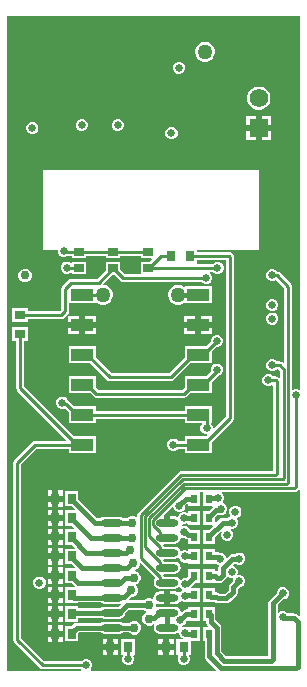
<source format=gbr>
G04*
G04 #@! TF.GenerationSoftware,Altium Limited,Altium Designer,24.9.1 (31)*
G04*
G04 Layer_Physical_Order=6*
G04 Layer_Color=16711680*
%FSLAX25Y25*%
%MOIN*%
G70*
G04*
G04 #@! TF.SameCoordinates,F3BC3392-02DA-4331-AFF2-193CA699B933*
G04*
G04*
G04 #@! TF.FilePolarity,Positive*
G04*
G01*
G75*
%ADD16R,0.03110X0.03661*%
%ADD22R,0.03150X0.03543*%
%ADD27R,0.03197X0.02593*%
%ADD28R,0.02756X0.03543*%
%ADD55R,0.06181X0.06181*%
%ADD56C,0.06181*%
%ADD66C,0.01000*%
%ADD67C,0.01500*%
%ADD73C,0.02500*%
%ADD74C,0.03000*%
%ADD75C,0.05000*%
%ADD76C,0.15748*%
%ADD77R,0.02362X0.03150*%
%ADD78O,0.07480X0.02362*%
%ADD79R,0.07500X0.04016*%
%ADD80R,0.03661X0.03110*%
G36*
X195796Y192076D02*
X195446Y191842D01*
X194974Y192037D01*
X194164D01*
X193482Y191755D01*
X193132Y191901D01*
Y226181D01*
X193032Y226683D01*
X192747Y227109D01*
X188928Y230928D01*
X188502Y231213D01*
X188086Y231296D01*
X187654Y231727D01*
X186905Y232037D01*
X186095D01*
X185346Y231727D01*
X184773Y231154D01*
X184463Y230405D01*
Y229595D01*
X184773Y228846D01*
X185346Y228273D01*
X186095Y227963D01*
X186905D01*
X187654Y228273D01*
X187762Y228381D01*
X190506Y225637D01*
Y200807D01*
X190183Y200673D01*
X189928Y200928D01*
X189502Y201213D01*
X189000Y201313D01*
X188069D01*
X187654Y201727D01*
X186905Y202037D01*
X186095D01*
X185346Y201727D01*
X184773Y201154D01*
X184463Y200405D01*
Y199595D01*
X184773Y198846D01*
X185346Y198273D01*
X186095Y197963D01*
X186905D01*
X187654Y198273D01*
X188069Y198687D01*
X188456D01*
X189156Y197987D01*
Y195800D01*
X188806Y195655D01*
X188533Y195928D01*
X188107Y196213D01*
X187605Y196313D01*
X186819D01*
X186404Y196727D01*
X185655Y197037D01*
X184845D01*
X184096Y196727D01*
X183523Y196154D01*
X183213Y195405D01*
Y194595D01*
X183523Y193846D01*
X184096Y193273D01*
X184845Y192963D01*
X185655D01*
X186337Y193245D01*
X186687Y193099D01*
Y164813D01*
X156237D01*
X155735Y164713D01*
X155309Y164428D01*
X141936Y151055D01*
X141651Y150629D01*
X141551Y150127D01*
Y149505D01*
X141228Y149371D01*
X141159Y149439D01*
X140319Y149787D01*
X139409D01*
X138568Y149439D01*
X138197Y149067D01*
X136756D01*
X136327Y149354D01*
X135559Y149507D01*
X130441D01*
X129673Y149354D01*
X129244Y149067D01*
X128012D01*
X121921Y155158D01*
Y158059D01*
X117591D01*
Y152941D01*
X119704D01*
X120680Y151966D01*
X120546Y151643D01*
X117591D01*
Y146524D01*
X119704D01*
X120680Y145549D01*
X120546Y145226D01*
X117591D01*
Y140108D01*
X119705D01*
X120680Y139132D01*
X120546Y138809D01*
X117591D01*
Y133691D01*
X119705D01*
X120680Y132716D01*
X120546Y132393D01*
X117591D01*
Y127274D01*
X119704D01*
X120587Y126392D01*
X120686Y126326D01*
X120580Y125976D01*
X117591D01*
Y120858D01*
X121921D01*
Y120932D01*
X129244D01*
X129673Y120646D01*
X130441Y120493D01*
X135559D01*
X135910Y120563D01*
X136082Y120240D01*
X135349Y119507D01*
X130441D01*
X129673Y119354D01*
X129022Y118919D01*
X129011Y118903D01*
X121921D01*
Y119559D01*
X117591D01*
Y114441D01*
X121921D01*
Y115768D01*
X129491D01*
X129673Y115646D01*
X130441Y115493D01*
X135559D01*
X136327Y115646D01*
X136978Y116081D01*
X137413Y116732D01*
X137514Y117238D01*
X138708Y118432D01*
X143833D01*
X144204Y118061D01*
X144532Y117925D01*
Y117575D01*
X144204Y117439D01*
X143561Y116796D01*
X143213Y115955D01*
Y115045D01*
X143561Y114204D01*
X144204Y113561D01*
X145045Y113213D01*
X145955D01*
X146796Y113561D01*
X147005Y113771D01*
X147277Y113548D01*
X147091Y113268D01*
X146938Y112500D01*
X147091Y111732D01*
X147526Y111081D01*
X148177Y110646D01*
X148945Y110493D01*
X154063D01*
X154831Y110646D01*
X155154Y110861D01*
X155463Y110696D01*
Y110345D01*
X155773Y109596D01*
X156346Y109023D01*
X156620Y108909D01*
X156551Y108559D01*
X154591D01*
Y103441D01*
X155102D01*
X155247Y103091D01*
X154963Y102405D01*
Y101595D01*
X155273Y100846D01*
X155846Y100273D01*
X156595Y99963D01*
X157405D01*
X158154Y100273D01*
X158727Y100846D01*
X159037Y101595D01*
Y102405D01*
X158753Y103091D01*
X158898Y103441D01*
X159315D01*
Y108138D01*
X162409D01*
Y112862D01*
X158473D01*
Y112862D01*
X158186Y112671D01*
X157905Y112787D01*
X157095D01*
X156710Y112628D01*
X156286Y112831D01*
X156273Y112876D01*
X156291Y112919D01*
X157032Y113226D01*
X157606Y113799D01*
X157916Y114548D01*
Y114774D01*
X158149Y115008D01*
X158473Y114874D01*
Y114638D01*
X162409D01*
Y119362D01*
X158473D01*
Y118568D01*
X157925D01*
X157325Y118448D01*
X156816Y118108D01*
X156391Y117683D01*
X156011Y117798D01*
X155917Y118268D01*
X155482Y118919D01*
X154831Y119354D01*
X154063Y119507D01*
X148945D01*
X148177Y119354D01*
X148030Y119256D01*
X147760Y119478D01*
X147787Y119545D01*
Y120229D01*
X148038Y120406D01*
X148137Y120437D01*
X148945Y120276D01*
X150504D01*
Y122500D01*
Y124724D01*
X148945D01*
X148094Y124555D01*
X147372Y124073D01*
X146890Y123351D01*
X146721Y122500D01*
X146754Y122335D01*
X146447Y122084D01*
X145955Y122287D01*
X145045D01*
X144204Y121939D01*
X143833Y121567D01*
X138779D01*
X138634Y121917D01*
X139429Y122713D01*
X139955D01*
X140796Y123061D01*
X141439Y123704D01*
X141787Y124545D01*
Y125455D01*
X141439Y126296D01*
X141074Y126661D01*
X141143Y127004D01*
X141614Y127199D01*
X142258Y127843D01*
X142606Y128683D01*
Y129593D01*
X142258Y130434D01*
X141614Y131078D01*
X140774Y131426D01*
X140677D01*
X140607Y131776D01*
X141296Y132061D01*
X141939Y132704D01*
X142287Y133545D01*
Y133972D01*
X142611Y134106D01*
X147550Y129166D01*
X147526Y128919D01*
X147091Y128268D01*
X146938Y127500D01*
X147091Y126732D01*
X147526Y126081D01*
X148177Y125646D01*
X148945Y125493D01*
X154063D01*
X154831Y125646D01*
X155337Y125984D01*
X155750Y125900D01*
X155773Y125846D01*
X156346Y125273D01*
X156363Y125266D01*
Y124916D01*
X156346Y124909D01*
X155773Y124336D01*
X155361Y124256D01*
X154914Y124555D01*
X154063Y124724D01*
X152504D01*
Y122500D01*
Y120276D01*
X154063D01*
X154914Y120446D01*
X155635Y120928D01*
X155933Y121372D01*
X156346Y121454D01*
X157095Y121144D01*
X157905D01*
X158182Y121258D01*
X158473Y121064D01*
Y121054D01*
X162409D01*
Y125779D01*
X159578D01*
X159347Y126118D01*
X159347Y126129D01*
X160689Y127471D01*
X162409D01*
Y132196D01*
X158473D01*
Y129688D01*
X157822Y129037D01*
X157095D01*
X156346Y128727D01*
X156100Y128481D01*
X155752Y128516D01*
X155482Y128919D01*
X154831Y129354D01*
X154063Y129507D01*
X150354D01*
Y129531D01*
X150254Y130034D01*
X150181Y130143D01*
X150368Y130493D01*
X154063D01*
X154831Y130646D01*
X155482Y131081D01*
X155917Y131732D01*
X156070Y132500D01*
X155917Y133268D01*
X155482Y133919D01*
X154831Y134354D01*
X154063Y134507D01*
X150354D01*
Y134531D01*
X150254Y135034D01*
X150181Y135143D01*
X150368Y135493D01*
X154063D01*
X154831Y135646D01*
X155139Y135852D01*
X155527Y135690D01*
X155773Y135096D01*
X156346Y134523D01*
X157095Y134213D01*
X157905D01*
X158182Y134327D01*
X158473Y134133D01*
Y133888D01*
X162409D01*
Y138612D01*
X158473D01*
Y138367D01*
X158182Y138173D01*
X157905Y138287D01*
X157095D01*
X156346Y137977D01*
X156299Y137931D01*
X155964Y138032D01*
X155917Y138268D01*
X155482Y138919D01*
X154831Y139354D01*
X154063Y139507D01*
X150354D01*
Y139531D01*
X150254Y140033D01*
X150181Y140143D01*
X150368Y140493D01*
X154063D01*
X154831Y140646D01*
X155482Y141081D01*
X155917Y141732D01*
X156034Y142316D01*
X156390Y142547D01*
X156595Y142463D01*
X157091D01*
X157171Y142383D01*
X157679Y142043D01*
X158279Y141924D01*
X158473D01*
Y140304D01*
X162409D01*
Y145029D01*
X160161D01*
X160010Y145059D01*
X158974D01*
X158727Y145654D01*
X158154Y146227D01*
X157405Y146537D01*
X156646D01*
X156523Y146616D01*
X156386Y146764D01*
X156595Y146963D01*
X157405D01*
X158123Y147260D01*
X158279Y147203D01*
X158473Y147096D01*
Y146721D01*
X162409D01*
Y151446D01*
X158473D01*
Y150904D01*
X158279Y150797D01*
X158123Y150740D01*
X157405Y151037D01*
X156595D01*
X155846Y150727D01*
X155273Y150154D01*
X155040Y149593D01*
X154914Y149555D01*
X154063Y149724D01*
X152504D01*
Y147500D01*
X150504D01*
Y149724D01*
X150502D01*
X150368Y150047D01*
X153195Y152874D01*
X153546Y152730D01*
X153828Y152048D01*
X154401Y151475D01*
X155150Y151164D01*
X155961D01*
X156710Y151475D01*
X157283Y152048D01*
X157593Y152797D01*
Y153235D01*
X158123Y153764D01*
X158473Y153619D01*
Y153138D01*
X162409D01*
Y157687D01*
X163591D01*
Y153138D01*
X166508D01*
X166653Y152788D01*
X165311Y151446D01*
X163591D01*
Y146721D01*
X166546D01*
X166680Y146398D01*
X165311Y145029D01*
X163591D01*
Y140304D01*
X167527D01*
Y142812D01*
X169411Y144696D01*
X169708Y144497D01*
X169463Y143905D01*
Y143095D01*
X169773Y142346D01*
X170346Y141773D01*
X171095Y141463D01*
X171905D01*
X172654Y141773D01*
X173227Y142346D01*
X173537Y143095D01*
Y143905D01*
X173227Y144654D01*
X172769Y145113D01*
X172914Y145463D01*
X173405D01*
X174154Y145773D01*
X174727Y146346D01*
X175037Y147095D01*
Y147905D01*
X174727Y148654D01*
X174620Y148762D01*
X174739Y149137D01*
X175362Y149395D01*
X175935Y149968D01*
X176245Y150717D01*
Y151528D01*
X175935Y152277D01*
X175362Y152850D01*
X174613Y153160D01*
X173802D01*
X173053Y152850D01*
X172480Y152277D01*
X172170Y151528D01*
Y150717D01*
X172480Y149968D01*
X172588Y149861D01*
X172469Y149485D01*
X171846Y149227D01*
X171686Y149067D01*
X169999D01*
X169399Y148948D01*
X168890Y148608D01*
X167851Y147569D01*
X167527Y147703D01*
Y149229D01*
X168506Y150207D01*
X169095Y149963D01*
X169905D01*
X170654Y150273D01*
X171227Y150846D01*
X171537Y151595D01*
Y152405D01*
X171227Y153154D01*
X170654Y153727D01*
X170129Y153945D01*
X170047Y154358D01*
X170217Y154528D01*
X170528Y155277D01*
Y156088D01*
X170217Y156837D01*
X169717Y157337D01*
X169819Y157687D01*
X194000D01*
X194502Y157787D01*
X194928Y158072D01*
X195446Y158589D01*
X195650Y158547D01*
X195796Y158458D01*
Y116469D01*
X195473Y116335D01*
X194977Y116831D01*
X194657Y117044D01*
X194469Y117170D01*
X194469Y117170D01*
X194469Y117170D01*
X194205Y117223D01*
X193869Y117289D01*
X191584D01*
X191147Y117727D01*
X190398Y118037D01*
X189587D01*
X188839Y117727D01*
X188657Y117546D01*
X188334Y117680D01*
Y120061D01*
X190172Y121900D01*
X190398D01*
X191147Y122210D01*
X191720Y122783D01*
X192030Y123532D01*
Y124342D01*
X191720Y125091D01*
X191147Y125664D01*
X190398Y125974D01*
X189587D01*
X188839Y125664D01*
X188265Y125091D01*
X187955Y124342D01*
Y124116D01*
X185658Y121819D01*
X185318Y121310D01*
X185199Y120711D01*
Y103068D01*
X171149D01*
X169568Y104649D01*
Y112500D01*
X169448Y113100D01*
X169108Y113608D01*
X167558Y115159D01*
Y116569D01*
X167558Y116569D01*
X167558Y116569D01*
X167527Y116721D01*
Y119362D01*
X163591D01*
Y114638D01*
X164423D01*
Y114510D01*
X164542Y113910D01*
X164882Y113401D01*
X165098Y113186D01*
X164964Y112862D01*
X163591D01*
Y108138D01*
X163991D01*
Y102941D01*
X164111Y102341D01*
X164451Y101833D01*
X167756Y98527D01*
X167622Y98204D01*
X126081D01*
X125935Y98554D01*
X126227Y98846D01*
X126537Y99595D01*
Y100405D01*
X126227Y101154D01*
X125654Y101727D01*
X124905Y102037D01*
X124095D01*
X123346Y101727D01*
X122931Y101313D01*
X110544D01*
X102813Y109044D01*
Y166956D01*
X108044Y172187D01*
X118622D01*
Y170705D01*
X127697D01*
Y176295D01*
X120478D01*
X103813Y192961D01*
Y207929D01*
X105118D01*
Y212614D01*
X99882D01*
Y207929D01*
X101187D01*
Y192417D01*
X101287Y191915D01*
X101572Y191489D01*
X117925Y175136D01*
X117791Y174813D01*
X107500D01*
X106998Y174713D01*
X106572Y174428D01*
X100572Y168428D01*
X100287Y168002D01*
X100187Y167500D01*
Y108500D01*
X100287Y107998D01*
X100572Y107572D01*
X109072Y99072D01*
X109498Y98787D01*
X110000Y98687D01*
X122741D01*
X122839Y98554D01*
X122663Y98204D01*
X98204D01*
Y316296D01*
X195796D01*
Y192076D01*
D02*
G37*
%LPC*%
G36*
X164433Y307787D02*
X163567D01*
X162731Y307563D01*
X161981Y307131D01*
X161369Y306519D01*
X160937Y305769D01*
X160713Y304933D01*
Y304067D01*
X160937Y303231D01*
X161369Y302482D01*
X161981Y301869D01*
X162731Y301437D01*
X163567Y301213D01*
X164433D01*
X165269Y301437D01*
X166018Y301869D01*
X166631Y302482D01*
X167063Y303231D01*
X167287Y304067D01*
Y304933D01*
X167063Y305769D01*
X166631Y306519D01*
X166018Y307131D01*
X165269Y307563D01*
X164433Y307787D01*
D02*
G37*
G36*
X155752Y301191D02*
X154941D01*
X154192Y300881D01*
X153619Y300308D01*
X153309Y299559D01*
Y298748D01*
X153619Y297999D01*
X154192Y297426D01*
X154941Y297116D01*
X155752D01*
X156501Y297426D01*
X157074Y297999D01*
X157384Y298748D01*
Y299559D01*
X157074Y300308D01*
X156501Y300881D01*
X155752Y301191D01*
D02*
G37*
G36*
X182510Y292878D02*
X181490D01*
X180503Y292614D01*
X179619Y292103D01*
X178897Y291381D01*
X178386Y290497D01*
X178122Y289510D01*
Y288490D01*
X178386Y287503D01*
X178897Y286619D01*
X179619Y285897D01*
X180503Y285386D01*
X181490Y285122D01*
X182510D01*
X183497Y285386D01*
X184381Y285897D01*
X185103Y286619D01*
X185614Y287503D01*
X185878Y288490D01*
Y289510D01*
X185614Y290497D01*
X185103Y291381D01*
X184381Y292103D01*
X183497Y292614D01*
X182510Y292878D01*
D02*
G37*
G36*
X186091Y283090D02*
X183000D01*
Y280000D01*
X186091D01*
Y283090D01*
D02*
G37*
G36*
X181000D02*
X177909D01*
Y280000D01*
X181000D01*
Y283090D01*
D02*
G37*
G36*
X135405Y282037D02*
X134595D01*
X133846Y281727D01*
X133273Y281154D01*
X132963Y280405D01*
Y279595D01*
X133273Y278846D01*
X133846Y278273D01*
X134595Y277963D01*
X135405D01*
X136154Y278273D01*
X136727Y278846D01*
X137037Y279595D01*
Y280405D01*
X136727Y281154D01*
X136154Y281727D01*
X135405Y282037D01*
D02*
G37*
G36*
X123405D02*
X122595D01*
X121846Y281727D01*
X121273Y281154D01*
X120963Y280405D01*
Y279595D01*
X121273Y278846D01*
X121846Y278273D01*
X122595Y277963D01*
X123405D01*
X124154Y278273D01*
X124727Y278846D01*
X125037Y279595D01*
Y280405D01*
X124727Y281154D01*
X124154Y281727D01*
X123405Y282037D01*
D02*
G37*
G36*
X106960Y281085D02*
X106150D01*
X105401Y280775D01*
X104828Y280202D01*
X104518Y279453D01*
Y278642D01*
X104828Y277893D01*
X105401Y277320D01*
X106150Y277010D01*
X106960D01*
X107709Y277320D01*
X108282Y277893D01*
X108592Y278642D01*
Y279453D01*
X108282Y280202D01*
X107709Y280775D01*
X106960Y281085D01*
D02*
G37*
G36*
X153300Y279329D02*
X152489D01*
X151740Y279019D01*
X151167Y278446D01*
X150857Y277697D01*
Y276887D01*
X151167Y276138D01*
X151740Y275565D01*
X152489Y275255D01*
X153300D01*
X154049Y275565D01*
X154622Y276138D01*
X154932Y276887D01*
Y277697D01*
X154622Y278446D01*
X154049Y279019D01*
X153300Y279329D01*
D02*
G37*
G36*
X186091Y278000D02*
X183000D01*
Y274909D01*
X186091D01*
Y278000D01*
D02*
G37*
G36*
X181000D02*
X177909D01*
Y274909D01*
X181000D01*
Y278000D01*
D02*
G37*
G36*
X118405Y234537D02*
X117595D01*
X116846Y234227D01*
X116273Y233654D01*
X115963Y232905D01*
Y232095D01*
X116273Y231346D01*
X116846Y230773D01*
X117595Y230463D01*
X118405D01*
X119154Y230773D01*
X119264Y230883D01*
X119614Y230738D01*
Y230252D01*
X124386D01*
Y234420D01*
X119614D01*
Y234225D01*
X119291Y234091D01*
X119154Y234227D01*
X118405Y234537D01*
D02*
G37*
G36*
X104613Y232200D02*
X103703D01*
X102862Y231852D01*
X102218Y231208D01*
X101870Y230368D01*
Y229458D01*
X102218Y228617D01*
X102862Y227974D01*
X103703Y227625D01*
X104613D01*
X105453Y227974D01*
X106097Y228617D01*
X106445Y229458D01*
Y230368D01*
X106097Y231208D01*
X105453Y231852D01*
X104613Y232200D01*
D02*
G37*
G36*
X155523Y226787D02*
X154658D01*
X153822Y226563D01*
X153072Y226131D01*
X152460Y225518D01*
X152027Y224769D01*
X151803Y223933D01*
Y223067D01*
X152027Y222231D01*
X152460Y221481D01*
X153072Y220869D01*
X153822Y220437D01*
X154658Y220213D01*
X155523D01*
X156360Y220437D01*
X156953Y220779D01*
X157303Y220705D01*
Y220705D01*
X157303Y220705D01*
X166378D01*
Y226295D01*
X157303D01*
X157303Y226295D01*
Y226295D01*
X156953Y226221D01*
X156360Y226563D01*
X155523Y226787D01*
D02*
G37*
G36*
X186905Y222037D02*
X186095D01*
X185346Y221727D01*
X184773Y221154D01*
X184463Y220405D01*
Y219595D01*
X184773Y218846D01*
X185346Y218273D01*
X186095Y217963D01*
X186905D01*
X187654Y218273D01*
X188227Y218846D01*
X188537Y219595D01*
Y220405D01*
X188227Y221154D01*
X187654Y221727D01*
X186905Y222037D01*
D02*
G37*
G36*
X166591Y216508D02*
X162841D01*
Y214500D01*
X166591D01*
Y216508D01*
D02*
G37*
G36*
X127909D02*
X124159D01*
Y214500D01*
X127909D01*
Y216508D01*
D02*
G37*
G36*
X160841D02*
X157091D01*
Y214500D01*
X160841D01*
Y216508D01*
D02*
G37*
G36*
X122159D02*
X118409D01*
Y214500D01*
X122159D01*
Y216508D01*
D02*
G37*
G36*
X186905Y217537D02*
X186095D01*
X185346Y217227D01*
X184773Y216654D01*
X184463Y215905D01*
Y215095D01*
X184773Y214346D01*
X185346Y213773D01*
X186095Y213463D01*
X186905D01*
X187654Y213773D01*
X188227Y214346D01*
X188537Y215095D01*
Y215905D01*
X188227Y216654D01*
X187654Y217227D01*
X186905Y217537D01*
D02*
G37*
G36*
X166591Y212500D02*
X162841D01*
Y210492D01*
X166591D01*
Y212500D01*
D02*
G37*
G36*
X160841D02*
X157091D01*
Y210492D01*
X160841D01*
Y212500D01*
D02*
G37*
G36*
X127909D02*
X124159D01*
Y210492D01*
X127909D01*
Y212500D01*
D02*
G37*
G36*
X122159D02*
X118409D01*
Y210492D01*
X122159D01*
Y212500D01*
D02*
G37*
G36*
X168405Y210037D02*
X167595D01*
X166846Y209727D01*
X166273Y209154D01*
X165963Y208405D01*
Y207736D01*
X164522Y206295D01*
X157303D01*
Y202561D01*
X152055Y197313D01*
X132945D01*
X127697Y202561D01*
Y206295D01*
X118622D01*
Y200705D01*
X125841D01*
X131473Y195072D01*
X131899Y194787D01*
X132402Y194687D01*
X152598D01*
X153101Y194787D01*
X153527Y195072D01*
X159159Y200705D01*
X166378D01*
Y204439D01*
X167902Y205963D01*
X168405D01*
X169154Y206273D01*
X169727Y206846D01*
X170037Y207595D01*
Y208405D01*
X169727Y209154D01*
X169154Y209727D01*
X168405Y210037D01*
D02*
G37*
G36*
Y200537D02*
X167595D01*
X166846Y200227D01*
X166273Y199654D01*
X165963Y198905D01*
Y198095D01*
X166068Y197841D01*
X164522Y196295D01*
X157303D01*
Y192561D01*
X156555Y191813D01*
X128445D01*
X127697Y192561D01*
Y196295D01*
X118622D01*
Y190705D01*
X125841D01*
X126973Y189572D01*
X127399Y189287D01*
X127902Y189187D01*
X157098D01*
X157601Y189287D01*
X158027Y189572D01*
X159159Y190705D01*
X166378D01*
Y194439D01*
X168402Y196463D01*
X168405D01*
X169154Y196773D01*
X169727Y197346D01*
X170037Y198095D01*
Y198905D01*
X169727Y199654D01*
X169154Y200227D01*
X168405Y200537D01*
D02*
G37*
G36*
X182000Y265000D02*
X110000D01*
Y238500D01*
X114899D01*
X114963Y238405D01*
Y237595D01*
X115273Y236846D01*
X115846Y236273D01*
X116595Y235963D01*
X117405D01*
X118154Y236273D01*
X118401Y236520D01*
X119614D01*
Y235580D01*
X124386D01*
Y236352D01*
X131114D01*
Y235580D01*
X135886D01*
Y236352D01*
X142614D01*
Y235580D01*
X146233D01*
X146367Y235257D01*
X145530Y234420D01*
X142614D01*
Y230313D01*
X137380D01*
X135886Y231806D01*
Y234420D01*
X131114D01*
Y231806D01*
X128121Y228813D01*
X119500D01*
X118998Y228713D01*
X118572Y228428D01*
X116572Y226428D01*
X116287Y226002D01*
X116187Y225500D01*
Y218544D01*
X115685Y218041D01*
X105118D01*
Y219071D01*
X99882D01*
Y214386D01*
X105118D01*
Y215416D01*
X116228D01*
X116731Y215516D01*
X117157Y215800D01*
X118428Y217072D01*
X118713Y217498D01*
X118813Y218000D01*
Y220705D01*
X127697D01*
Y220709D01*
X128047Y220832D01*
X128731Y220437D01*
X129567Y220213D01*
X130433D01*
X131269Y220437D01*
X132018Y220869D01*
X132631Y221481D01*
X133063Y222231D01*
X133287Y223067D01*
Y223933D01*
X133063Y224769D01*
X132631Y225518D01*
X132018Y226131D01*
X131269Y226563D01*
X130433Y226787D01*
X130265D01*
X130131Y227111D01*
X133272Y230252D01*
X133728D01*
X135908Y228072D01*
X136334Y227787D01*
X136836Y227687D01*
X162931D01*
X163346Y227273D01*
X164095Y226963D01*
X164905D01*
X165654Y227273D01*
X166227Y227846D01*
X166537Y228595D01*
Y229405D01*
X166227Y230154D01*
X165666Y230715D01*
X165670Y230780D01*
X165753Y231065D01*
X166723D01*
X167096Y230692D01*
X167845Y230382D01*
X168655D01*
X169404Y230692D01*
X169977Y231265D01*
X170287Y232014D01*
Y232824D01*
X169977Y233573D01*
X169404Y234146D01*
X168655Y234457D01*
X167845D01*
X167096Y234146D01*
X166640Y233690D01*
X161841D01*
X161571Y233882D01*
Y235187D01*
X171187D01*
Y182961D01*
X166982Y178756D01*
X166632Y178901D01*
Y179368D01*
X166322Y180117D01*
X166084Y180355D01*
X166229Y180705D01*
X166378D01*
Y186295D01*
X157303D01*
Y184813D01*
X127697D01*
Y186295D01*
X120478D01*
X118632Y188141D01*
X118366Y188319D01*
X118227Y188654D01*
X117654Y189227D01*
X116905Y189537D01*
X116095D01*
X115346Y189227D01*
X114773Y188654D01*
X114463Y187905D01*
Y187095D01*
X114773Y186346D01*
X115346Y185773D01*
X116095Y185463D01*
X116905D01*
X117395Y185666D01*
X118622Y184439D01*
Y180705D01*
X127697D01*
Y182187D01*
X157303D01*
Y180705D01*
X162961D01*
X163105Y180355D01*
X162867Y180117D01*
X162557Y179368D01*
Y178557D01*
X162867Y177808D01*
X163441Y177235D01*
X164190Y176925D01*
X164656D01*
X164802Y176575D01*
X164522Y176295D01*
X157303D01*
Y174813D01*
X155069D01*
X154654Y175227D01*
X153905Y175537D01*
X153095D01*
X152346Y175227D01*
X151773Y174654D01*
X151463Y173905D01*
Y173095D01*
X151773Y172346D01*
X152346Y171773D01*
X153095Y171463D01*
X153905D01*
X154654Y171773D01*
X155069Y172187D01*
X157303D01*
Y170705D01*
X166378D01*
Y174439D01*
X173428Y181489D01*
X173713Y181915D01*
X173813Y182417D01*
Y236105D01*
X173713Y236607D01*
X173428Y237033D01*
X173033Y237428D01*
X172607Y237713D01*
X172105Y237813D01*
X161571D01*
Y238500D01*
X182000D01*
Y265000D01*
D02*
G37*
G36*
X116622Y158272D02*
X115244D01*
Y156500D01*
X116622D01*
Y158272D01*
D02*
G37*
G36*
X113244D02*
X111866D01*
Y156500D01*
X113244D01*
Y158272D01*
D02*
G37*
G36*
X116622Y154500D02*
X115244D01*
Y152728D01*
X116622D01*
Y154500D01*
D02*
G37*
G36*
X113244D02*
X111866D01*
Y152728D01*
X113244D01*
Y154500D01*
D02*
G37*
G36*
X116622Y151855D02*
X115244D01*
Y150083D01*
X116622D01*
Y151855D01*
D02*
G37*
G36*
X113244D02*
X111866D01*
Y150083D01*
X113244D01*
Y151855D01*
D02*
G37*
G36*
X116622Y148083D02*
X115244D01*
Y146312D01*
X116622D01*
Y148083D01*
D02*
G37*
G36*
X113244D02*
X111866D01*
Y146312D01*
X113244D01*
Y148083D01*
D02*
G37*
G36*
X116622Y145438D02*
X115244D01*
Y143667D01*
X116622D01*
Y145438D01*
D02*
G37*
G36*
X113244D02*
X111866D01*
Y143667D01*
X113244D01*
Y145438D01*
D02*
G37*
G36*
X116622Y141667D02*
X115244D01*
Y139895D01*
X116622D01*
Y141667D01*
D02*
G37*
G36*
X113244D02*
X111866D01*
Y139895D01*
X113244D01*
Y141667D01*
D02*
G37*
G36*
X116622Y139022D02*
X115244D01*
Y137250D01*
X116622D01*
Y139022D01*
D02*
G37*
G36*
X113244D02*
X111866D01*
Y137250D01*
X113244D01*
Y139022D01*
D02*
G37*
G36*
X116622Y135250D02*
X115244D01*
Y133478D01*
X116622D01*
Y135250D01*
D02*
G37*
G36*
X113244D02*
X111866D01*
Y133478D01*
X113244D01*
Y135250D01*
D02*
G37*
G36*
X167527Y138612D02*
X163591D01*
Y133888D01*
X167527D01*
X167527Y133888D01*
Y133888D01*
X167840Y133779D01*
X167846Y133773D01*
X168546Y133483D01*
X168636Y133348D01*
X168720Y133113D01*
X168544Y132850D01*
X168425Y132250D01*
Y131336D01*
X168116Y131172D01*
X167952Y131282D01*
X167527Y131366D01*
Y132196D01*
X163591D01*
Y127471D01*
X167527D01*
X167527Y127471D01*
Y127471D01*
X167877Y127488D01*
X168192Y127426D01*
X168958D01*
X169558Y127545D01*
X170066Y127885D01*
X171101Y128919D01*
X171343Y129281D01*
X171757Y129361D01*
X171838Y129280D01*
X172587Y128970D01*
X173318D01*
X173583Y128697D01*
X173463Y128405D01*
Y128179D01*
X172421Y127138D01*
X172081Y126629D01*
X171962Y126029D01*
Y125179D01*
X170601Y123818D01*
X169010D01*
X168949Y123879D01*
X168440Y124219D01*
X167840Y124338D01*
X167527D01*
Y125779D01*
X163591D01*
Y121054D01*
X167383D01*
X167761Y120802D01*
X168361Y120683D01*
X171250D01*
X171850Y120802D01*
X172358Y121142D01*
X174638Y123421D01*
X174978Y123930D01*
X175097Y124529D01*
Y125380D01*
X175679Y125963D01*
X175905D01*
X176654Y126273D01*
X177227Y126846D01*
X177537Y127595D01*
Y128405D01*
X177227Y129154D01*
X176654Y129727D01*
X175905Y130037D01*
X175175D01*
X174909Y130311D01*
X175030Y130602D01*
Y131413D01*
X174720Y132161D01*
X174147Y132735D01*
X173469Y133015D01*
X173328Y133368D01*
X173799Y133840D01*
X174279D01*
X174346Y133773D01*
X175095Y133463D01*
X175905D01*
X176654Y133773D01*
X177227Y134346D01*
X177537Y135095D01*
Y135905D01*
X177227Y136654D01*
X176654Y137227D01*
X175905Y137537D01*
X175095D01*
X174346Y137227D01*
X174094Y136975D01*
X173150D01*
X172550Y136856D01*
X172042Y136516D01*
X171361Y135835D01*
X171008Y135977D01*
X170727Y136654D01*
X170154Y137227D01*
X169405Y137537D01*
X168778D01*
X168664Y137614D01*
X168064Y137733D01*
X167527D01*
Y138612D01*
D02*
G37*
G36*
X116622Y132605D02*
X115244D01*
Y130833D01*
X116622D01*
Y132605D01*
D02*
G37*
G36*
X113244D02*
X111866D01*
Y130833D01*
X113244D01*
Y132605D01*
D02*
G37*
G36*
X116622Y128833D02*
X115244D01*
Y127062D01*
X116622D01*
Y128833D01*
D02*
G37*
G36*
X113244D02*
X111866D01*
Y127062D01*
X113244D01*
Y128833D01*
D02*
G37*
G36*
X109305Y129537D02*
X108495D01*
X107746Y129227D01*
X107173Y128654D01*
X106863Y127905D01*
Y127095D01*
X107173Y126346D01*
X107746Y125773D01*
X108495Y125463D01*
X109305D01*
X110054Y125773D01*
X110627Y126346D01*
X110937Y127095D01*
Y127905D01*
X110627Y128654D01*
X110054Y129227D01*
X109305Y129537D01*
D02*
G37*
G36*
X116622Y126188D02*
X115244D01*
Y124417D01*
X116622D01*
Y126188D01*
D02*
G37*
G36*
X113244D02*
X111866D01*
Y124417D01*
X113244D01*
Y126188D01*
D02*
G37*
G36*
X116622Y122417D02*
X115244D01*
Y120645D01*
X116622D01*
Y122417D01*
D02*
G37*
G36*
X113244D02*
X111866D01*
Y120645D01*
X113244D01*
Y122417D01*
D02*
G37*
G36*
X116622Y119772D02*
X115244D01*
Y118000D01*
X116622D01*
Y119772D01*
D02*
G37*
G36*
X113244D02*
X111866D01*
Y118000D01*
X113244D01*
Y119772D01*
D02*
G37*
G36*
X116622Y116000D02*
X115244D01*
Y114228D01*
X116622D01*
Y116000D01*
D02*
G37*
G36*
X113244D02*
X111866D01*
Y114228D01*
X113244D01*
Y116000D01*
D02*
G37*
G36*
X140955Y114787D02*
X140045D01*
X139204Y114439D01*
X138833Y114067D01*
X136756D01*
X136327Y114354D01*
X135559Y114507D01*
X130441D01*
X129673Y114354D01*
X129244Y114067D01*
X121362D01*
X120762Y113948D01*
X120254Y113608D01*
X119704Y113059D01*
X117591D01*
Y107941D01*
X121921D01*
Y110842D01*
X122011Y110933D01*
X129244D01*
X129673Y110646D01*
X130441Y110493D01*
X135559D01*
X136327Y110646D01*
X136756Y110933D01*
X138833D01*
X139204Y110561D01*
X140045Y110213D01*
X140955D01*
X141796Y110561D01*
X142439Y111204D01*
X142787Y112045D01*
Y112955D01*
X142439Y113796D01*
X141796Y114439D01*
X140955Y114787D01*
D02*
G37*
G36*
X116622Y113272D02*
X115244D01*
Y111500D01*
X116622D01*
Y113272D01*
D02*
G37*
G36*
X113244D02*
X111866D01*
Y111500D01*
X113244D01*
Y113272D01*
D02*
G37*
G36*
X116622Y109500D02*
X115244D01*
Y107728D01*
X116622D01*
Y109500D01*
D02*
G37*
G36*
X113244D02*
X111866D01*
Y107728D01*
X113244D01*
Y109500D01*
D02*
G37*
G36*
X135122Y108772D02*
X133547D01*
Y107000D01*
X135122D01*
Y108772D01*
D02*
G37*
G36*
X153622D02*
X152047D01*
Y107000D01*
X153622D01*
Y108772D01*
D02*
G37*
G36*
X131547D02*
X129972D01*
Y107000D01*
X131547D01*
Y108772D01*
D02*
G37*
G36*
X150047D02*
X148472D01*
Y107000D01*
X150047D01*
Y108772D01*
D02*
G37*
G36*
X153622Y105000D02*
X152047D01*
Y103228D01*
X153622D01*
Y105000D01*
D02*
G37*
G36*
X150047D02*
X148472D01*
Y103228D01*
X150047D01*
Y105000D01*
D02*
G37*
G36*
X135122D02*
X133547D01*
Y103228D01*
X135122D01*
Y105000D01*
D02*
G37*
G36*
X131547D02*
X129972D01*
Y103228D01*
X131547D01*
Y105000D01*
D02*
G37*
G36*
X140815Y108559D02*
X136091D01*
Y103441D01*
X136602D01*
X136747Y103091D01*
X136463Y102405D01*
Y101595D01*
X136773Y100846D01*
X137346Y100273D01*
X138095Y99963D01*
X138905D01*
X139654Y100273D01*
X140227Y100846D01*
X140537Y101595D01*
Y102405D01*
X140253Y103091D01*
X140398Y103441D01*
X140815D01*
Y108559D01*
D02*
G37*
%LPD*%
D16*
X152772Y236500D02*
D03*
X159228D02*
D03*
D22*
X156953Y106000D02*
D03*
X151047D02*
D03*
X138453D02*
D03*
X132547D02*
D03*
D27*
X122000Y237664D02*
D03*
Y232336D02*
D03*
X145000Y237664D02*
D03*
Y232336D02*
D03*
X133500Y237664D02*
D03*
Y232336D02*
D03*
D28*
X114244Y155500D02*
D03*
X119756D02*
D03*
X114244Y149083D02*
D03*
X119756D02*
D03*
X114244Y142667D02*
D03*
X119756D02*
D03*
X114244Y136250D02*
D03*
X119756D02*
D03*
X114244Y129833D02*
D03*
X119756D02*
D03*
X114244Y117000D02*
D03*
X119756D02*
D03*
X114244Y110500D02*
D03*
X119756D02*
D03*
X114244Y123417D02*
D03*
X119756D02*
D03*
D55*
X182000Y279000D02*
D03*
D56*
Y289000D02*
D03*
D66*
X191819Y160895D02*
Y226181D01*
X189000Y200000D02*
X190469Y198531D01*
Y162395D02*
Y198531D01*
X191423Y160500D02*
X191819Y160895D01*
X188000Y230000D02*
X191819Y226181D01*
X190074Y162000D02*
X190469Y162395D01*
X194000Y159000D02*
X194569Y159569D01*
X157055Y160500D02*
X191423D01*
X194569Y159569D02*
Y190000D01*
X156646Y162000D02*
X190074D01*
X187605Y195000D02*
X188000Y194605D01*
X156237Y163500D02*
X187605D01*
X188000Y163895D01*
Y194605D01*
X185250Y195000D02*
X187605D01*
X149041Y128129D02*
Y129531D01*
X142864Y135709D02*
X149041Y129531D01*
X157464Y159000D02*
X194000D01*
X149041Y128129D02*
X149671Y127500D01*
X151504D01*
X149041Y133129D02*
Y134531D01*
Y133129D02*
X149671Y132500D01*
X144214Y139359D02*
Y149568D01*
Y139359D02*
X149041Y134531D01*
X149671Y132500D02*
X151504D01*
X145564Y143009D02*
Y149008D01*
X142864Y150127D02*
X156237Y163500D01*
X146914Y148449D02*
X157464Y159000D01*
X149041Y138129D02*
X149671Y137500D01*
X144214Y149568D02*
X156646Y162000D01*
X149041Y138129D02*
Y139531D01*
X142864Y135709D02*
Y150127D01*
X146914Y146621D02*
Y148449D01*
X149671Y137500D02*
X151504D01*
X145564Y149008D02*
X157055Y160500D01*
X145564Y143009D02*
X149041Y139531D01*
X132835Y117335D02*
X135394D01*
X133000Y122500D02*
X133261Y122761D01*
X139677Y134000D02*
X140000D01*
X172105Y236500D02*
X172500Y236105D01*
X163583Y173500D02*
X172500Y182417D01*
Y236105D01*
X159228Y236500D02*
X172105D01*
X168208Y232378D02*
X168250Y232419D01*
X145384Y232418D02*
X145425Y232378D01*
X168208D01*
X163087Y183500D02*
X164595Y181992D01*
X161841Y183500D02*
X163087D01*
X164595Y178963D02*
Y181992D01*
X163583Y193500D02*
X167713Y197630D01*
Y198213D01*
X161841Y193500D02*
X163583D01*
X167713Y198213D02*
X168000Y198500D01*
X161841Y203500D02*
X163583D01*
X168000Y207917D01*
Y208000D01*
X117704Y187213D02*
X121417Y183500D01*
X116500Y187500D02*
X116787Y187213D01*
X121417Y183500D02*
X123159D01*
X116787Y187213D02*
X117704D01*
X152934Y112500D02*
X153563Y111871D01*
X156953Y106000D02*
Y106197D01*
X151504Y112500D02*
X152934D01*
X117168Y237832D02*
X121832D01*
X117000Y238000D02*
X117168Y237832D01*
X133500Y237664D02*
X145000D01*
X122000D02*
X133500D01*
X121832Y237832D02*
X122000Y237664D01*
X118082Y232418D02*
X121918D01*
X122000Y232336D01*
X118000Y232500D02*
X118082Y232418D01*
X138500Y102000D02*
Y105953D01*
X138453Y106000D02*
X138500Y105953D01*
X157000Y102000D02*
Y105953D01*
X156953Y106000D02*
X157000Y105953D01*
X123159Y223500D02*
X130000D01*
X117500Y225500D02*
X119500Y227500D01*
X117500Y218000D02*
Y225500D01*
X119500Y227500D02*
X128664D01*
X133500Y232336D01*
X116228Y216728D02*
X117500Y218000D01*
X102500Y216728D02*
X116228D01*
X121417Y173500D02*
X123159D01*
X107500D02*
X121417D01*
X101500Y167500D02*
X107500Y173500D01*
X101500Y108500D02*
Y167500D01*
X110000Y100000D02*
X124500D01*
X101500Y108500D02*
X110000Y100000D01*
X153500Y173500D02*
X161841D01*
X102500Y192417D02*
X121417Y173500D01*
X102500Y192417D02*
Y210272D01*
X161841Y173500D02*
X163583D01*
X133500Y232336D02*
X136836Y229000D01*
X164500D01*
X145384Y232418D02*
X149466Y236500D01*
X145302Y232336D02*
X145384Y232418D01*
X149466Y236500D02*
X152772D01*
X145000Y232336D02*
X145302D01*
X124902Y193500D02*
X127902Y190500D01*
X157098D01*
X160098Y193500D01*
X124902Y203500D02*
X132402Y196000D01*
X152598D02*
X160098Y203500D01*
X132402Y196000D02*
X152598D01*
X160098Y193500D02*
X161841D01*
X123159D02*
X124902D01*
X123159Y183500D02*
X161841D01*
X123159Y203500D02*
X124902D01*
X160098D02*
X161841D01*
X186500Y230000D02*
X188000D01*
X186500Y200000D02*
X189000D01*
X146914Y146621D02*
X149003Y144531D01*
Y143129D02*
Y144531D01*
X149632Y142500D02*
X151504D01*
X149003Y143129D02*
X149632Y142500D01*
D67*
X157500Y123181D02*
X157618Y123299D01*
X160324D01*
X160441Y123417D01*
X157500Y127000D02*
X157691Y127191D01*
X158193D02*
X160441Y129440D01*
X157691Y127191D02*
X158193D01*
X136053Y122761D02*
X137261D01*
X133356Y122665D02*
X135957D01*
X133261Y122761D02*
X133356Y122665D01*
X137292Y129000D02*
X140180D01*
X135957Y122665D02*
X136053Y122761D01*
X140180Y129000D02*
X140319Y129138D01*
X137261Y122761D02*
X139500Y125000D01*
X135792Y127500D02*
X137292Y129000D01*
X145500Y115500D02*
X145787Y115787D01*
X147232D02*
X148945Y117500D01*
X145787Y115787D02*
X147232D01*
X148945Y117500D02*
X151504D01*
X138059Y120000D02*
X145500D01*
X165990Y136166D02*
X168064D01*
X168729Y135500D01*
X169000D01*
X165559Y136250D02*
X165906D01*
X165990Y136166D01*
X175407Y135407D02*
X175500Y135500D01*
X169993Y130028D02*
Y132250D01*
X173150Y135407D02*
X175407D01*
X169993Y132250D02*
X173150Y135407D01*
X168399Y155591D02*
X168490Y155683D01*
X165559Y155500D02*
X165650Y155591D01*
X168399D01*
X169309Y151809D02*
X169500Y152000D01*
X167891Y151809D02*
X169309D01*
X165559Y149477D02*
X167891Y151809D01*
X165559Y149083D02*
Y149477D01*
X160441Y142667D02*
Y143060D01*
X158279Y143491D02*
X160010D01*
X157000Y144500D02*
X157271D01*
X160010Y143491D02*
X160441Y143060D01*
X157271Y144500D02*
X158279Y143491D01*
X157042Y149042D02*
X160399D01*
X160441Y149083D01*
X157000Y149000D02*
X157042Y149042D01*
X173529Y124529D02*
Y126029D01*
X175500Y128000D01*
X171250Y122250D02*
X173529Y124529D01*
X155878Y114953D02*
X157925Y117000D01*
X160441D01*
X157641Y155500D02*
X160441D01*
X155555Y153202D02*
Y153414D01*
X157641Y155500D01*
X169999Y147500D02*
X173000D01*
X165559Y142667D02*
Y143060D01*
X169999Y147500D01*
X168361Y122250D02*
X171250D01*
X168958Y128993D02*
X169993Y130028D01*
X167352Y129833D02*
X168192Y128993D01*
X168958D01*
X160441Y129440D02*
Y129833D01*
X135394Y117335D02*
X138059Y120000D01*
X133000Y112500D02*
X140500D01*
X151504D02*
Y117500D01*
X121362Y112500D02*
X133000D01*
X119756Y110500D02*
Y110894D01*
X120091Y117335D02*
X132835D01*
X119756Y117000D02*
X120091Y117335D01*
X119756Y110894D02*
X121362Y112500D01*
X121696Y127500D02*
X135792D01*
X138177Y132500D02*
X139677Y134000D01*
X133000Y132500D02*
X138177D01*
X133000Y142500D02*
X139864D01*
X124529Y137500D02*
X137881D01*
X138607Y138226D02*
X139000D01*
X137881Y137500D02*
X138607Y138226D01*
X133000Y147500D02*
X139864D01*
X165559Y129833D02*
X167352D01*
X186766Y120711D02*
X189993Y123937D01*
X157500Y110750D02*
X157635D01*
X157885Y110500D02*
X160441D01*
X157635Y110750D02*
X157885Y110500D01*
X155091Y223500D02*
X161841D01*
X165559Y123202D02*
X165990Y122771D01*
X167840D02*
X168361Y122250D01*
X165559Y123202D02*
Y123417D01*
X165990Y122771D02*
X167840D01*
X157500Y136250D02*
X160441D01*
X190271Y115722D02*
X193869D01*
X170500Y101500D02*
X186224D01*
X186766Y102042D01*
Y120711D01*
X189993Y116000D02*
X190271Y115722D01*
X193869D02*
X195069Y114522D01*
Y99473D02*
Y114522D01*
X168000Y104000D02*
X170500Y101500D01*
X194527Y98931D02*
X195069Y99473D01*
X169569Y98931D02*
X194527D01*
X165559Y102941D02*
X169569Y98931D01*
X168000Y104000D02*
Y112500D01*
X165990Y114510D02*
X168000Y112500D01*
X165990Y114510D02*
Y116569D01*
X165559Y117000D02*
X165990Y116569D01*
X165559Y102941D02*
Y110500D01*
X119756Y123128D02*
X120384Y122500D01*
X133000D01*
X119756Y123128D02*
Y123417D01*
Y129440D02*
X121696Y127500D01*
X119756Y129440D02*
Y129833D01*
Y135856D02*
Y136250D01*
X123112Y132500D02*
X133000D01*
X119756Y135856D02*
X123112Y132500D01*
X119756Y142273D02*
X124529Y137500D01*
X119756Y142273D02*
Y142667D01*
X125946Y142500D02*
X133000D01*
X119756Y148690D02*
X125946Y142500D01*
X119756Y148690D02*
Y149083D01*
Y155106D02*
X127362Y147500D01*
X133000D01*
X119756Y155106D02*
Y155500D01*
D73*
X106555Y279048D02*
D03*
X123000Y280000D02*
D03*
X157500Y127000D02*
D03*
Y123181D02*
D03*
X169000Y135500D02*
D03*
X168490Y155683D02*
D03*
X169500Y152000D02*
D03*
X157000Y144500D02*
D03*
Y149000D02*
D03*
X175500Y128000D02*
D03*
X155878Y114953D02*
D03*
X194569Y190000D02*
D03*
X185250Y195000D02*
D03*
X115500Y297000D02*
D03*
X150500Y296000D02*
D03*
X155347Y299153D02*
D03*
X152894Y277292D02*
D03*
X155555Y153202D02*
D03*
X174207Y151122D02*
D03*
X173000Y147500D02*
D03*
X171500Y143500D02*
D03*
X175500Y135500D02*
D03*
X172993Y131007D02*
D03*
X168250Y232419D02*
D03*
X164595Y178963D02*
D03*
X168000Y198500D02*
D03*
Y208000D02*
D03*
X116500Y187500D02*
D03*
X189993Y123937D02*
D03*
X157500Y110750D02*
D03*
X108900Y127500D02*
D03*
X135000Y280000D02*
D03*
X117000Y238000D02*
D03*
X118000Y232500D02*
D03*
X138500Y102000D02*
D03*
X157000D02*
D03*
X186500Y200000D02*
D03*
Y215500D02*
D03*
Y220000D02*
D03*
X124500Y100000D02*
D03*
X153500Y173500D02*
D03*
X157500Y136250D02*
D03*
X164500Y229000D02*
D03*
X189993Y116000D02*
D03*
X186500Y230000D02*
D03*
D74*
X139500Y125000D02*
D03*
X140319Y129138D02*
D03*
X145946Y124195D02*
D03*
X145500Y115500D02*
D03*
Y120000D02*
D03*
X140500Y112500D02*
D03*
X140000Y134000D02*
D03*
X139864Y142500D02*
D03*
X139000Y138226D02*
D03*
X139864Y147500D02*
D03*
X104158Y229913D02*
D03*
D75*
X164000Y304500D02*
D03*
X155091Y223500D02*
D03*
X130000D02*
D03*
D76*
X184000Y306500D02*
D03*
D77*
X165559Y123417D02*
D03*
X160441D02*
D03*
Y110500D02*
D03*
X165559D02*
D03*
X160441Y117000D02*
D03*
X165559D02*
D03*
X160441Y129833D02*
D03*
X165559D02*
D03*
X160441Y136250D02*
D03*
X165559D02*
D03*
X160441Y142667D02*
D03*
X165559D02*
D03*
X160441Y149083D02*
D03*
X165559D02*
D03*
X160441Y155500D02*
D03*
X165559D02*
D03*
D78*
X151504Y147500D02*
D03*
Y142500D02*
D03*
Y137500D02*
D03*
Y132500D02*
D03*
Y127500D02*
D03*
Y122500D02*
D03*
Y117500D02*
D03*
Y112500D02*
D03*
X133000Y147500D02*
D03*
Y142500D02*
D03*
Y137500D02*
D03*
Y132500D02*
D03*
Y127500D02*
D03*
Y122500D02*
D03*
Y117500D02*
D03*
Y112500D02*
D03*
D79*
X161841Y223500D02*
D03*
X123159D02*
D03*
X161841Y213500D02*
D03*
X123159D02*
D03*
X161841Y203500D02*
D03*
X123159D02*
D03*
X161841Y193500D02*
D03*
X123159D02*
D03*
X161841Y183500D02*
D03*
X123159D02*
D03*
X161841Y173500D02*
D03*
X123159D02*
D03*
D80*
X102500Y216728D02*
D03*
Y210272D02*
D03*
M02*

</source>
